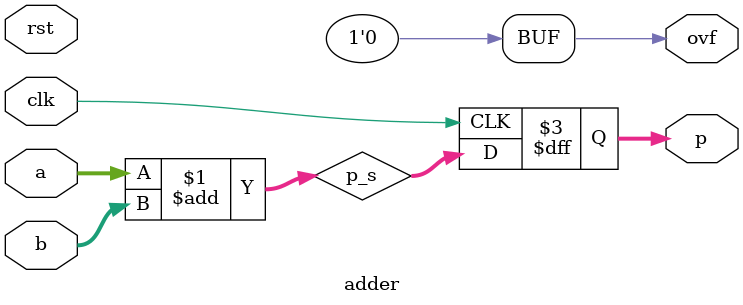
<source format=sv>


`timescale 1 ns / 1 ps `default_nettype none

module adder #(
    parameter int A_WIDTH  = 16,
    parameter int B_WIDTH  = 16,
    parameter int P_WIDTH  = 17,
    parameter int SRA_BITS = 0
) (
    input var  logic                      clk,
    input var  logic                      rst,
    input var  logic signed [A_WIDTH-1:0] a,
    input var  logic signed [B_WIDTH-1:0] b,
    output var logic signed [P_WIDTH-1:0] p,
    output var logic                      ovf
);

  localparam int FULL_WIDTH = (A_WIDTH >= B_WIDTH) ? A_WIDTH + 1 : B_WIDTH + 1;

  logic signed [FULL_WIDTH-1:0] p_s;

  // Full adder without truncate or sign expansion
  assign p_s = a + b;

  // Sign expansion and truncate
  generate
    if (P_WIDTH + SRA_BITS > FULL_WIDTH) begin : g_sign_exp
      always_ff @(posedge clk) begin
        p <= {{P_WIDTH + SRA_BITS - FULL_WIDTH{p_s[FULL_WIDTH-1]}}, p_s[FULL_WIDTH-1:SRA_BITS]};
      end
    end else begin : g_no_exp
      always_ff @(posedge clk) begin
        p <= p_s[P_WIDTH+SRA_BITS-1:SRA_BITS];
      end
    end
  endgenerate

  // Overflow indicator
  generate
    if (P_WIDTH + SRA_BITS >= FULL_WIDTH) begin : g_no_ovf
      assign ovf = 1'b0;
    end else begin : g_ovf
      always_ff @(posedge clk) begin
        ovf <= ~(&p_s[FULL_WIDTH-1:P_WIDTH+SRA_BITS-1] || &(~p_s[FULL_WIDTH-1:P_WIDTH+SRA_BITS-1]));
      end
    end
  endgenerate

endmodule

`default_nettype wire

</source>
